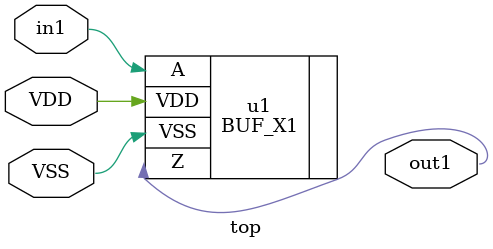
<source format=v>
module top (in1,
    out1,
    VDD,
    VSS);
 input in1;
 output out1;
 input VDD;
 input VSS;


 BUF_X1 u1 (.A(in1),
    .Z(out1),
    .VDD(VDD),
    .VSS(VSS));
endmodule

</source>
